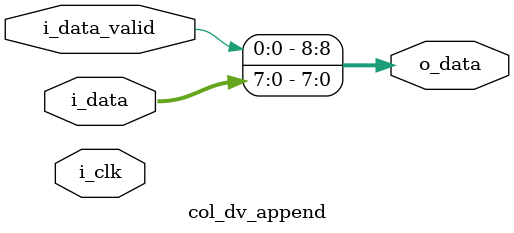
<source format=v>
module col_dv_append#(
    parameter W_DATA = 8
)(
    input i_clk,
    input [W_DATA-1:0] i_data,
    input i_data_valid,
    output [8:0] o_data
);

assign o_data = {i_data_valid, i_data}; 

endmodule

</source>
